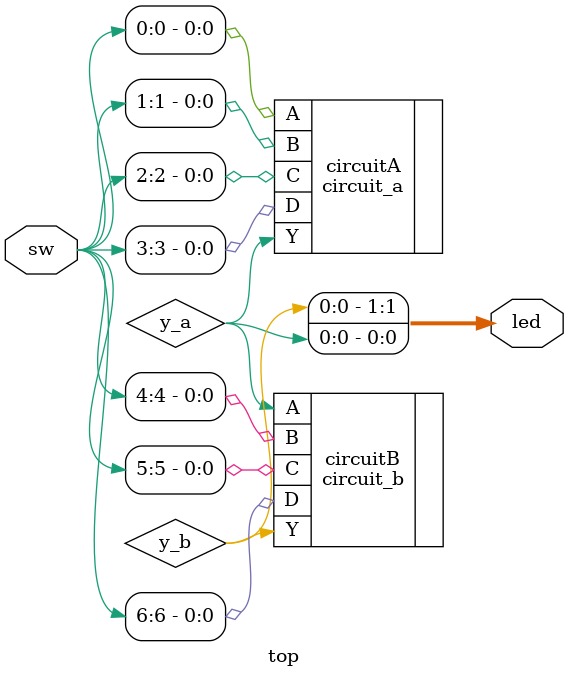
<source format=v>
module top (
    input  wire [6:0] sw,
    output wire [1:0] led
);

    wire y_a;
    wire y_b;

    circuit_a circuitA (
        .A(sw[0]),
        .B(sw[1]),
        .C(sw[2]),
        .D(sw[3]),
        .Y(y_a)
    );

    circuit_b circuitB (
        .A(y_a),
        .B(sw[4]),
        .C(sw[5]),
        .D(sw[6]),
        .Y(y_b)
    );

    assign led[0] = y_a;
    assign led[1] = y_b;

endmodule
</source>
